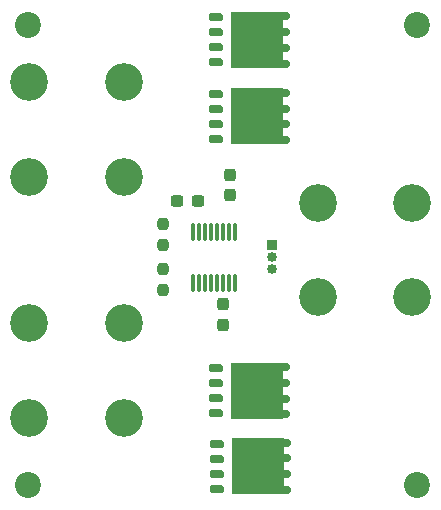
<source format=gbr>
%TF.GenerationSoftware,KiCad,Pcbnew,8.0.1*%
%TF.CreationDate,2024-04-15T20:02:01-07:00*%
%TF.ProjectId,Ideal OR Diode,49646561-6c20-44f5-9220-44696f64652e,1.0*%
%TF.SameCoordinates,Original*%
%TF.FileFunction,Soldermask,Top*%
%TF.FilePolarity,Negative*%
%FSLAX46Y46*%
G04 Gerber Fmt 4.6, Leading zero omitted, Abs format (unit mm)*
G04 Created by KiCad (PCBNEW 8.0.1) date 2024-04-15 20:02:01*
%MOMM*%
%LPD*%
G01*
G04 APERTURE LIST*
G04 Aperture macros list*
%AMRoundRect*
0 Rectangle with rounded corners*
0 $1 Rounding radius*
0 $2 $3 $4 $5 $6 $7 $8 $9 X,Y pos of 4 corners*
0 Add a 4 corners polygon primitive as box body*
4,1,4,$2,$3,$4,$5,$6,$7,$8,$9,$2,$3,0*
0 Add four circle primitives for the rounded corners*
1,1,$1+$1,$2,$3*
1,1,$1+$1,$4,$5*
1,1,$1+$1,$6,$7*
1,1,$1+$1,$8,$9*
0 Add four rect primitives between the rounded corners*
20,1,$1+$1,$2,$3,$4,$5,0*
20,1,$1+$1,$4,$5,$6,$7,0*
20,1,$1+$1,$6,$7,$8,$9,0*
20,1,$1+$1,$8,$9,$2,$3,0*%
G04 Aperture macros list end*
%ADD10C,3.200000*%
%ADD11RoundRect,0.162500X-0.437500X-0.162500X0.437500X-0.162500X0.437500X0.162500X-0.437500X0.162500X0*%
%ADD12R,4.500000X4.700000*%
%ADD13RoundRect,0.175000X-0.325000X-0.175000X0.325000X-0.175000X0.325000X0.175000X-0.325000X0.175000X0*%
%ADD14C,2.200000*%
%ADD15RoundRect,0.237500X0.300000X0.237500X-0.300000X0.237500X-0.300000X-0.237500X0.300000X-0.237500X0*%
%ADD16RoundRect,0.237500X0.237500X-0.300000X0.237500X0.300000X-0.237500X0.300000X-0.237500X-0.300000X0*%
%ADD17R,0.850000X0.850000*%
%ADD18O,0.850000X0.850000*%
%ADD19RoundRect,0.237500X-0.237500X0.300000X-0.237500X-0.300000X0.237500X-0.300000X0.237500X0.300000X0*%
%ADD20RoundRect,0.237500X0.237500X-0.250000X0.237500X0.250000X-0.237500X0.250000X-0.237500X-0.250000X0*%
%ADD21RoundRect,0.237500X-0.237500X0.250000X-0.237500X-0.250000X0.237500X-0.250000X0.237500X0.250000X0*%
%ADD22RoundRect,0.075000X0.075000X-0.650000X0.075000X0.650000X-0.075000X0.650000X-0.075000X-0.650000X0*%
G04 APERTURE END LIST*
D10*
%TO.C,J1*%
X117100000Y-89000000D03*
X117100000Y-97000000D03*
X125100000Y-89000000D03*
X125100000Y-97000000D03*
%TD*%
D11*
%TO.C,Q4*%
X132900000Y-63130000D03*
X132900000Y-64400000D03*
X132900000Y-65670000D03*
X132900000Y-66940000D03*
D12*
X136400000Y-65035000D03*
D13*
X138650000Y-63040000D03*
X138650000Y-64370000D03*
X138650000Y-65700000D03*
X138650000Y-67030000D03*
%TD*%
D14*
%TO.C,H3*%
X149900000Y-63800000D03*
%TD*%
D11*
%TO.C,Q3*%
X132950000Y-99220000D03*
X132950000Y-100490000D03*
X132950000Y-101760000D03*
X132950000Y-103030000D03*
D12*
X136450000Y-101125000D03*
D13*
X138700000Y-99130000D03*
X138700000Y-100460000D03*
X138700000Y-101790000D03*
X138700000Y-103120000D03*
%TD*%
D15*
%TO.C,C2*%
X131362500Y-78700000D03*
X129637500Y-78700000D03*
%TD*%
D16*
%TO.C,C3*%
X134100000Y-78162500D03*
X134100000Y-76437500D03*
%TD*%
D14*
%TO.C,H2*%
X117000000Y-102700000D03*
%TD*%
D11*
%TO.C,Q2*%
X132900000Y-69596000D03*
X132900000Y-70866000D03*
X132900000Y-72136000D03*
X132900000Y-73406000D03*
D12*
X136400000Y-71501000D03*
D13*
X138650000Y-69506000D03*
X138650000Y-70836000D03*
X138650000Y-72166000D03*
X138650000Y-73496000D03*
%TD*%
D17*
%TO.C,J4*%
X137600000Y-82400000D03*
D18*
X137600000Y-83400000D03*
X137600000Y-84400000D03*
%TD*%
D19*
%TO.C,C1*%
X133500000Y-87400000D03*
X133500000Y-89125000D03*
%TD*%
D20*
%TO.C,R2*%
X128400000Y-82425000D03*
X128400000Y-80600000D03*
%TD*%
D21*
%TO.C,R1*%
X128400000Y-84400000D03*
X128400000Y-86225000D03*
%TD*%
D10*
%TO.C,J3*%
X141500000Y-78800000D03*
X141500000Y-86800000D03*
X149500000Y-78800000D03*
X149500000Y-86800000D03*
%TD*%
%TO.C,J2*%
X117100000Y-68600000D03*
X117100000Y-76600000D03*
X125100000Y-68600000D03*
X125100000Y-76600000D03*
%TD*%
D22*
%TO.C,U1*%
X130965000Y-85589000D03*
X131465000Y-85589000D03*
X131965000Y-85589000D03*
X132465000Y-85589000D03*
X132965000Y-85589000D03*
X133465000Y-85589000D03*
X133965000Y-85589000D03*
X134465000Y-85589000D03*
X134465000Y-81289000D03*
X133965000Y-81289000D03*
X133465000Y-81289000D03*
X132965000Y-81289000D03*
X132465000Y-81289000D03*
X131965000Y-81289000D03*
X131465000Y-81289000D03*
X130965000Y-81289000D03*
%TD*%
D14*
%TO.C,H4*%
X149900000Y-102700000D03*
%TD*%
D11*
%TO.C,Q1*%
X132900000Y-92830000D03*
X132900000Y-94100000D03*
X132900000Y-95370000D03*
X132900000Y-96640000D03*
D12*
X136400000Y-94735000D03*
D13*
X138650000Y-92740000D03*
X138650000Y-94070000D03*
X138650000Y-95400000D03*
X138650000Y-96730000D03*
%TD*%
D14*
%TO.C,H1*%
X117000000Y-63800000D03*
%TD*%
M02*

</source>
